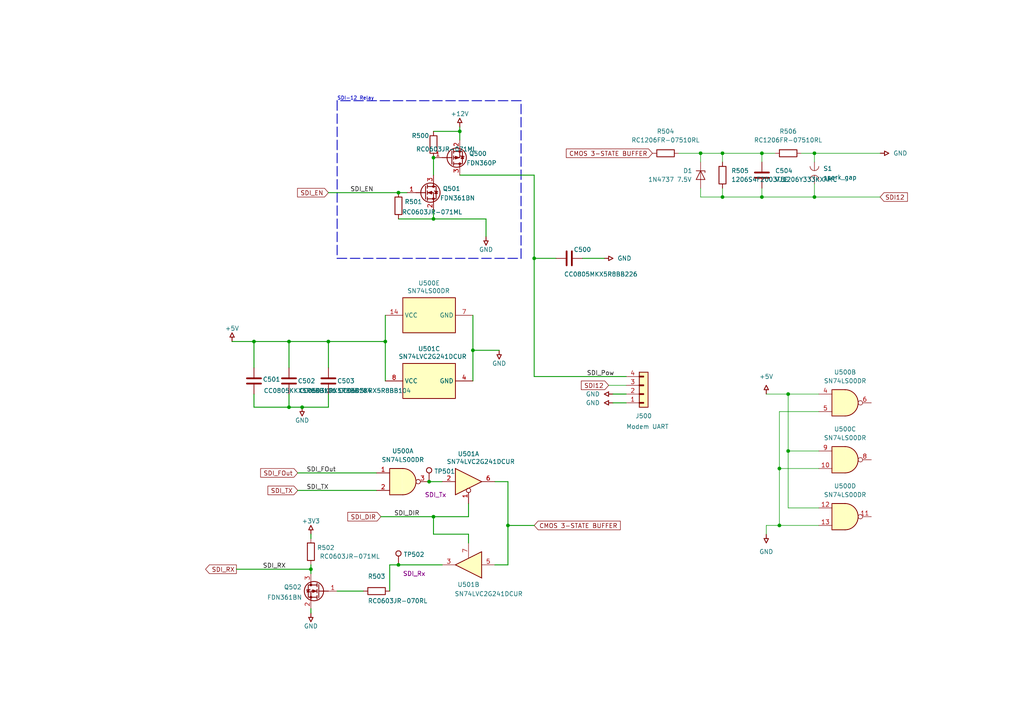
<source format=kicad_sch>
(kicad_sch (version 20211123) (generator eeschema)
  (paper "A4")
  (lib_symbols
    (symbol "74xx:74LS00" (pin_names (offset 1.016))
      (property "Reference" "U" (at 0 1.27 0))
      (property "Value" "74LS00" (at 0 -1.27 0))
      (symbol "74LS00_1_1"
        (arc (start 0 -3.81) (mid 3.81 0) (end 0 3.81) (stroke (width 0.254)) (fill (type background)))
        (polyline (pts (xy 0 3.81) (xy -3.81 3.81) (xy -3.81 -3.81) (xy 0 -3.81)) (stroke (width 0.254)) (fill (type background)))
        (pin input line (at -7.62 2.54 0) (length 3.81) (name "~") (number "1"))
        (pin input line (at -7.62 -2.54 0) (length 3.81) (name "~") (number "2"))
        (pin output inverted (at 7.62 0 180) (length 3.81) (name "~") (number "3"))
      )
      (symbol "74LS00_1_2"
        (arc (start -3.81 -3.81) (mid -2.589 0) (end -3.81 3.81) (stroke (width 0.254)))
        (arc (start -0.6096 -3.81) (mid 2.1855 -2.584) (end 3.81 0) (stroke (width 0.254)) (fill (type background)))
        (polyline (pts (xy -3.81 -3.81) (xy -0.635 -3.81)) (stroke (width 0.254)) (fill (type background)))
        (polyline (pts (xy -3.81 3.81) (xy -0.635 3.81)) (stroke (width 0.254)) (fill (type background)))
        (polyline (pts (xy -0.635 3.81) (xy -3.81 3.81) (xy -3.81 3.81) (xy -3.556 3.4036) (xy -3.0226 2.2606) (xy -2.6924 1.0414) (xy -2.6162 -0.254) (xy -2.7686 -1.4986) (xy -3.175 -2.7178) (xy -3.81 -3.81) (xy -3.81 -3.81) (xy -0.635 -3.81)) (stroke (width -25.4)) (fill (type background)))
        (arc (start 3.81 0) (mid 2.1928 2.5925) (end -0.6096 3.81) (stroke (width 0.254)) (fill (type background)))
        (pin input inverted (at -7.62 2.54 0) (length 4.318) (name "~") (number "1"))
        (pin input inverted (at -7.62 -2.54 0) (length 4.318) (name "~") (number "2"))
        (pin output line (at 7.62 0 180) (length 3.81) (name "~") (number "3"))
      )
      (symbol "74LS00_2_1"
        (arc (start 0 -3.81) (mid 3.81 0) (end 0 3.81) (stroke (width 0.254)) (fill (type background)))
        (polyline (pts (xy 0 3.81) (xy -3.81 3.81) (xy -3.81 -3.81) (xy 0 -3.81)) (stroke (width 0.254)) (fill (type background)))
        (pin input line (at -7.62 2.54 0) (length 3.81) (name "~") (number "4"))
        (pin input line (at -7.62 -2.54 0) (length 3.81) (name "~") (number "5"))
        (pin output inverted (at 7.62 0 180) (length 3.81) (name "~") (number "6"))
      )
      (symbol "74LS00_2_2"
        (arc (start -3.81 -3.81) (mid -2.589 0) (end -3.81 3.81) (stroke (width 0.254)))
        (arc (start -0.6096 -3.81) (mid 2.1855 -2.584) (end 3.81 0) (stroke (width 0.254)) (fill (type background)))
        (polyline (pts (xy -3.81 -3.81) (xy -0.635 -3.81)) (stroke (width 0.254)) (fill (type background)))
        (polyline (pts (xy -3.81 3.81) (xy -0.635 3.81)) (stroke (width 0.254)) (fill (type background)))
        (polyline (pts (xy -0.635 3.81) (xy -3.81 3.81) (xy -3.81 3.81) (xy -3.556 3.4036) (xy -3.0226 2.2606) (xy -2.6924 1.0414) (xy -2.6162 -0.254) (xy -2.7686 -1.4986) (xy -3.175 -2.7178) (xy -3.81 -3.81) (xy -3.81 -3.81) (xy -0.635 -3.81)) (stroke (width -25.4)) (fill (type background)))
        (arc (start 3.81 0) (mid 2.1928 2.5925) (end -0.6096 3.81) (stroke (width 0.254)) (fill (type background)))
        (pin input inverted (at -7.62 2.54 0) (length 4.318) (name "~") (number "4"))
        (pin input inverted (at -7.62 -2.54 0) (length 4.318) (name "~") (number "5"))
        (pin output line (at 7.62 0 180) (length 3.81) (name "~") (number "6"))
      )
      (symbol "74LS00_3_1"
        (arc (start 0 -3.81) (mid 3.81 0) (end 0 3.81) (stroke (width 0.254)) (fill (type background)))
        (polyline (pts (xy 0 3.81) (xy -3.81 3.81) (xy -3.81 -3.81) (xy 0 -3.81)) (stroke (width 0.254)) (fill (type background)))
        (pin input line (at -7.62 -2.54 0) (length 3.81) (name "~") (number "10"))
        (pin output inverted (at 7.62 0 180) (length 3.81) (name "~") (number "8"))
        (pin input line (at -7.62 2.54 0) (length 3.81) (name "~") (number "9"))
      )
      (symbol "74LS00_3_2"
        (arc (start -3.81 -3.81) (mid -2.589 0) (end -3.81 3.81) (stroke (width 0.254)))
        (arc (start -0.6096 -3.81) (mid 2.1855 -2.584) (end 3.81 0) (stroke (width 0.254)) (fill (type background)))
        (polyline (pts (xy -3.81 -3.81) (xy -0.635 -3.81)) (stroke (width 0.254)) (fill (type background)))
        (polyline (pts (xy -3.81 3.81) (xy -0.635 3.81)) (stroke (width 0.254)) (fill (type background)))
        (polyline (pts (xy -0.635 3.81) (xy -3.81 3.81) (xy -3.81 3.81) (xy -3.556 3.4036) (xy -3.0226 2.2606) (xy -2.6924 1.0414) (xy -2.6162 -0.254) (xy -2.7686 -1.4986) (xy -3.175 -2.7178) (xy -3.81 -3.81) (xy -3.81 -3.81) (xy -0.635 -3.81)) (stroke (width -25.4)) (fill (type background)))
        (arc (start 3.81 0) (mid 2.1928 2.5925) (end -0.6096 3.81) (stroke (width 0.254)) (fill (type background)))
        (pin input inverted (at -7.62 -2.54 0) (length 4.318) (name "~") (number "10"))
        (pin output line (at 7.62 0 180) (length 3.81) (name "~") (number "8"))
        (pin input inverted (at -7.62 2.54 0) (length 4.318) (name "~") (number "9"))
      )
      (symbol "74LS00_4_1"
        (arc (start 0 -3.81) (mid 3.81 0) (end 0 3.81) (stroke (width 0.254)) (fill (type background)))
        (polyline (pts (xy 0 3.81) (xy -3.81 3.81) (xy -3.81 -3.81) (xy 0 -3.81)) (stroke (width 0.254)) (fill (type background)))
        (pin output inverted (at 7.62 0 180) (length 3.81) (name "~") (number "11"))
        (pin input line (at -7.62 2.54 0) (length 3.81) (name "~") (number "12"))
        (pin input line (at -7.62 -2.54 0) (length 3.81) (name "~") (number "13"))
      )
      (symbol "74LS00_4_2"
        (arc (start -3.81 -3.81) (mid -2.589 0) (end -3.81 3.81) (stroke (width 0.254)))
        (arc (start -0.6096 -3.81) (mid 2.1855 -2.584) (end 3.81 0) (stroke (width 0.254)) (fill (type background)))
        (polyline (pts (xy -3.81 -3.81) (xy -0.635 -3.81)) (stroke (width 0.254)) (fill (type background)))
        (polyline (pts (xy -3.81 3.81) (xy -0.635 3.81)) (stroke (width 0.254)) (fill (type background)))
        (polyline (pts (xy -0.635 3.81) (xy -3.81 3.81) (xy -3.81 3.81) (xy -3.556 3.4036) (xy -3.0226 2.2606) (xy -2.6924 1.0414) (xy -2.6162 -0.254) (xy -2.7686 -1.4986) (xy -3.175 -2.7178) (xy -3.81 -3.81) (xy -3.81 -3.81) (xy -0.635 -3.81)) (stroke (width -25.4)) (fill (type background)))
        (arc (start 3.81 0) (mid 2.1928 2.5925) (end -0.6096 3.81) (stroke (width 0.254)) (fill (type background)))
        (pin output line (at 7.62 0 180) (length 3.81) (name "~") (number "11"))
        (pin input inverted (at -7.62 2.54 0) (length 4.318) (name "~") (number "12"))
        (pin input inverted (at -7.62 -2.54 0) (length 4.318) (name "~") (number "13"))
      )
      (symbol "74LS00_5_0"
        (pin power_in line (at 0 12.7 270) (length 5.08) (name "VCC") (number "14"))
        (pin power_in line (at 0 -12.7 90) (length 5.08) (name "GND") (number "7"))
      )
      (symbol "74LS00_5_1"
        (rectangle (start -5.08 7.62) (end 5.08 -7.62) (stroke (width 0.254)) (fill (type background)))
      )
    )
    (symbol "Diode:1N47xxA" (pin_numbers hide) (pin_names (offset 1.016) hide)
      (property "Reference" "D" (at 0 2.54 0))
      (property "Value" "1N47xxA" (at 0 -2.54 0))
      (symbol "1N47xxA_0_1"
        (polyline (pts (xy 1.27 0) (xy -1.27 0)))
        (polyline (pts (xy -1.27 -1.27) (xy -1.27 1.27) (xy -0.762 1.27)) (stroke (width 0.2032)))
        (polyline (pts (xy 1.27 -1.27) (xy 1.27 1.27) (xy -1.27 0) (xy 1.27 -1.27)) (stroke (width 0.2032)))
      )
      (symbol "1N47xxA_1_1"
        (pin passive line (at -3.81 0 0) (length 2.54) (name "K") (number "1"))
        (pin passive line (at 3.81 0 180) (length 2.54) (name "A") (number "2"))
      )
    )
    (symbol "main_board-altium-import:+12V" (power)
      (property "Reference" "#PWR" (at 0 0 0))
      (property "Value" "+12V" (at 0 3.81 0))
      (symbol "+12V_0_0"
        (polyline (pts (xy 0 0) (xy 0 -1.27)) (stroke (width 0.254)))
        (polyline (pts (xy -0.635 -1.27) (xy 0.635 -1.27) (xy 0 -2.54) (xy -0.635 -1.27)) (stroke (width 0.254)))
        (pin power_in line (at 0 0 0) (length 0) hide (name "+12V") (number ""))
      )
    )
    (symbol "main_board-altium-import:+3V3" (power)
      (property "Reference" "#PWR" (at 0 0 0))
      (property "Value" "+3V3" (at 0 3.81 0))
      (symbol "+3V3_0_0"
        (polyline (pts (xy 0 0) (xy 0 -1.27)) (stroke (width 0.254)))
        (polyline (pts (xy -0.635 -1.27) (xy 0.635 -1.27) (xy 0 -2.54) (xy -0.635 -1.27)) (stroke (width 0.254)))
        (pin power_in line (at 0 0 0) (length 0) hide (name "+3V3") (number ""))
      )
    )
    (symbol "main_board-altium-import:+5V" (power)
      (property "Reference" "#PWR" (at 0 0 0))
      (property "Value" "+5V" (at 0 3.81 0))
      (symbol "+5V_0_0"
        (polyline (pts (xy 0 0) (xy 0 -1.27)) (stroke (width 0.254)))
        (polyline (pts (xy -0.635 -1.27) (xy 0.635 -1.27) (xy 0 -2.54) (xy -0.635 -1.27)) (stroke (width 0.254)))
        (pin power_in line (at 0 0 0) (length 0) hide (name "+5V") (number ""))
      )
    )
    (symbol "main_board-altium-import:0_74LVC2G241"
      (property "Value" "0_74LVC2G241" (at 0 0 0))
      (symbol "0_74LVC2G241_1_0"
        (polyline (pts (xy -3.81 3.81) (xy -3.81 -3.81) (xy 3.81 0) (xy -3.81 3.81) (xy -3.81 3.81)) (stroke (width 0.254)) (fill (type background)))
        (pin passive inverted (at 0 -6.35 90) (length 4.445) (name "1") (number "1"))
        (pin passive line (at -7.62 0 0) (length 3.81) (name "2") (number "2"))
        (pin passive line (at 7.62 0 180) (length 3.81) (name "6") (number "6"))
      )
      (symbol "0_74LVC2G241_2_0"
        (polyline (pts (xy -3.81 3.81) (xy -3.81 -3.81) (xy 3.81 0) (xy -3.81 3.81) (xy -3.81 3.81)) (stroke (width 0.254)) (fill (type background)))
        (pin passive line (at 7.62 0 180) (length 3.81) (name "3") (number "3"))
        (pin passive line (at -7.62 0 0) (length 3.81) (name "5") (number "5"))
        (pin passive line (at 0 -6.35 90) (length 4.445) (name "7") (number "7"))
      )
      (symbol "0_74LVC2G241_3_0"
        (rectangle (start 5.08 7.62) (end -5.08 -7.62) (stroke (width 0.254)) (fill (type background)))
        (pin passive line (at 0 -12.7 90) (length 5.08) (name "GND") (number "4"))
        (pin passive line (at 0 12.7 270) (length 5.08) (name "VCC") (number "8"))
      )
    )
    (symbol "main_board-altium-import:0_C"
      (property "Value" "0_C" (at 0 0 0))
      (symbol "0_C_1_0"
        (polyline (pts (xy -2.032 -0.762) (xy 2.032 -0.762)) (stroke (width 0.508)))
        (polyline (pts (xy -2.032 0.762) (xy 2.032 0.762)) (stroke (width 0.508)))
        (pin passive line (at 0 3.81 270) (length 2.794) (name "1") (number "1"))
        (pin passive line (at 0 -3.81 90) (length 2.794) (name "2") (number "2"))
      )
    )
    (symbol "main_board-altium-import:0_Q_NMOS_GSD"
      (property "Value" "0_Q_NMOS_GSD" (at 0 0 0))
      (symbol "0_Q_NMOS_GSD_1_0"
        (polyline (pts (xy 0.254 0) (xy -2.54 0)) (stroke (width 0.254)))
        (polyline (pts (xy 0.254 1.905) (xy 0.254 -1.905)) (stroke (width 0.254)))
        (polyline (pts (xy 0.762 -1.27) (xy 0.762 -2.286)) (stroke (width 0.254)))
        (polyline (pts (xy 0.762 0.508) (xy 0.762 -0.508)) (stroke (width 0.254)))
        (polyline (pts (xy 0.762 2.286) (xy 0.762 1.27)) (stroke (width 0.254)))
        (polyline (pts (xy 2.54 2.54) (xy 2.54 1.778)) (stroke (width 0.254)))
        (polyline (pts (xy 2.54 -2.54) (xy 2.54 0) (xy 0.762 0)) (stroke (width 0.254)))
        (polyline (pts (xy 0.762 -1.778) (xy 3.302 -1.778) (xy 3.302 1.778) (xy 0.762 1.778)) (stroke (width 0.254)))
        (polyline (pts (xy 2.794 0.508) (xy 2.921 0.381) (xy 3.683 0.381) (xy 3.81 0.254)) (stroke (width 0.254)))
        (polyline (pts (xy 3.302 0.381) (xy 2.921 -0.254) (xy 3.683 -0.254) (xy 3.302 0.381)) (stroke (width 0.254)))
        (polyline (pts (xy 1.016 0) (xy 2.032 0.381) (xy 2.032 -0.381) (xy 1.016 0) (xy 1.016 0)) (stroke (width 0.254)) (fill (type outline)))
        (circle (center 1.651 0) (radius 2.794) (stroke (width 0.254)))
        (circle (center 2.54 -1.778) (radius 0.254) (stroke (width 0.254)))
        (circle (center 2.54 1.778) (radius 0.254) (stroke (width 0.254)))
        (pin passive line (at -5.08 0 0) (length 2.54) (name "G") (number "1"))
        (pin passive line (at 2.54 -5.08 90) (length 2.54) (name "S") (number "2"))
        (pin passive line (at 2.54 5.08 270) (length 2.54) (name "D") (number "3"))
      )
    )
    (symbol "main_board-altium-import:0_R"
      (property "Value" "0_R" (at 0 0 0))
      (symbol "0_R_1_0"
        (rectangle (start 1.016 2.54) (end -1.016 -2.54) (stroke (width 0.254)))
        (pin passive line (at 0 3.81 270) (length 1.27) (name "1") (number "1"))
        (pin passive line (at 0 -3.81 90) (length 1.27) (name "2") (number "2"))
      )
    )
    (symbol "main_board-altium-import:0_TestPoint"
      (property "Value" "0_TestPoint" (at 0 0 0))
      (symbol "0_TestPoint_1_0"
        (circle (center 0 3.302) (radius 0.762) (stroke (width 0.254)))
        (pin passive line (at 0 0 90) (length 2.54) (name "1") (number "1"))
      )
    )
    (symbol "main_board-altium-import:0_mirrored_Q_NMOS_GSD"
      (property "Value" "0_mirrored_Q_NMOS_GSD" (at 0 0 0))
      (symbol "0_mirrored_Q_NMOS_GSD_1_0"
        (circle (center -2.54 -1.778) (radius 0.254) (stroke (width 0.254)))
        (circle (center -2.54 1.778) (radius 0.254) (stroke (width 0.254)))
        (circle (center -1.651 0) (radius 2.794) (stroke (width 0.254)))
        (polyline (pts (xy -2.54 2.54) (xy -2.54 1.778)) (stroke (width 0.254)))
        (polyline (pts (xy -0.762 -1.27) (xy -0.762 -2.286)) (stroke (width 0.254)))
        (polyline (pts (xy -0.762 0.508) (xy -0.762 -0.508)) (stroke (width 0.254)))
        (polyline (pts (xy -0.762 2.286) (xy -0.762 1.27)) (stroke (width 0.254)))
        (polyline (pts (xy -0.254 0) (xy 2.54 0)) (stroke (width 0.254)))
        (polyline (pts (xy -0.254 1.905) (xy -0.254 -1.905)) (stroke (width 0.254)))
        (polyline (pts (xy -2.54 -2.54) (xy -2.54 0) (xy -0.762 0)) (stroke (width 0.254)))
        (polyline (pts (xy -3.302 0.381) (xy -2.921 -0.254) (xy -3.683 -0.254) (xy -3.302 0.381)) (stroke (width 0.254)))
        (polyline (pts (xy -2.794 0.508) (xy -2.921 0.381) (xy -3.683 0.381) (xy -3.81 0.254)) (stroke (width 0.254)))
        (polyline (pts (xy -0.762 -1.778) (xy -3.302 -1.778) (xy -3.302 1.778) (xy -0.762 1.778)) (stroke (width 0.254)))
        (polyline (pts (xy -1.016 0) (xy -2.032 0.381) (xy -2.032 -0.381) (xy -1.016 0) (xy -1.016 0)) (stroke (width 0.254)) (fill (type outline)))
        (pin passive line (at 5.08 0 180) (length 2.54) (name "G") (number "1"))
        (pin passive line (at -2.54 -5.08 90) (length 2.54) (name "S") (number "2"))
        (pin passive line (at -2.54 5.08 270) (length 2.54) (name "D") (number "3"))
      )
    )
    (symbol "main_board-altium-import:1_R"
      (property "Value" "1_R" (at 0 0 0))
      (symbol "1_R_1_0"
        (rectangle (start 2.54 1.016) (end -2.54 -1.016) (stroke (width 0.254)))
        (pin passive line (at -3.81 0 0) (length 1.27) (name "1") (number "1"))
        (pin passive line (at 3.81 0 180) (length 1.27) (name "2") (number "2"))
      )
    )
    (symbol "main_board-altium-import:2_74LVC2G241"
      (property "Value" "2_74LVC2G241" (at 0 0 0))
      (symbol "2_74LVC2G241_1_0"
        (polyline (pts (xy 3.81 -3.81) (xy 3.81 3.81) (xy -3.81 0) (xy 3.81 -3.81) (xy 3.81 -3.81)) (stroke (width 0.254)) (fill (type background)))
        (pin passive inverted (at 0 6.35 270) (length 4.445) (name "1") (number "1"))
        (pin passive line (at 7.62 0 180) (length 3.81) (name "2") (number "2"))
        (pin passive line (at -7.62 0 0) (length 3.81) (name "6") (number "6"))
      )
      (symbol "2_74LVC2G241_2_0"
        (polyline (pts (xy 3.81 -3.81) (xy 3.81 3.81) (xy -3.81 0) (xy 3.81 -3.81) (xy 3.81 -3.81)) (stroke (width 0.254)) (fill (type background)))
        (pin passive line (at -7.62 0 0) (length 3.81) (name "3") (number "3"))
        (pin passive line (at 7.62 0 180) (length 3.81) (name "5") (number "5"))
        (pin passive line (at 0 6.35 270) (length 4.445) (name "7") (number "7"))
      )
      (symbol "2_74LVC2G241_3_0"
        (rectangle (start 5.08 7.62) (end -5.08 -7.62) (stroke (width 0.254)) (fill (type background)))
        (pin passive line (at 0 12.7 270) (length 5.08) (name "GND") (number "4"))
        (pin passive line (at 0 -12.7 90) (length 5.08) (name "VCC") (number "8"))
      )
    )
    (symbol "main_board-altium-import:2_mirrored_Conn_01x04"
      (property "Value" "2_mirrored_Conn_01x04" (at 0 0 0))
      (symbol "2_mirrored_Conn_01x04_1_0"
        (rectangle (start 0 -2.413) (end -1.27 -2.667) (stroke (width 0.254)))
        (rectangle (start 0 0.127) (end -1.27 -0.127) (stroke (width 0.254)))
        (rectangle (start 0 2.667) (end -1.27 2.413) (stroke (width 0.254)))
        (rectangle (start 0 5.207) (end -1.27 4.953) (stroke (width 0.254)))
        (rectangle (start 1.27 6.35) (end -1.27 -3.81) (stroke (width 0.254)) (fill (type background)))
        (pin passive line (at -5.08 -2.54 0) (length 3.81) (name "Pin_1") (number "1"))
        (pin passive line (at -5.08 0 0) (length 3.81) (name "Pin_2") (number "2"))
        (pin passive line (at -5.08 2.54 0) (length 3.81) (name "Pin_3") (number "3"))
        (pin passive line (at -5.08 5.08 0) (length 3.81) (name "Pin_4") (number "4"))
      )
    )
    (symbol "main_board-altium-import:2_mirrored_Q_PMOS_GSD"
      (property "Value" "2_mirrored_Q_PMOS_GSD" (at 0 0 0))
      (symbol "2_mirrored_Q_PMOS_GSD_1_0"
        (polyline (pts (xy 0.254 -1.905) (xy 0.254 1.905)) (stroke (width 0.254)))
        (polyline (pts (xy 0.254 0) (xy -2.54 0)) (stroke (width 0.254)))
        (polyline (pts (xy 0.762 -2.286) (xy 0.762 -1.27)) (stroke (width 0.254)))
        (polyline (pts (xy 0.762 -0.508) (xy 0.762 0.508)) (stroke (width 0.254)))
        (polyline (pts (xy 0.762 1.27) (xy 0.762 2.286)) (stroke (width 0.254)))
        (polyline (pts (xy 2.54 -2.54) (xy 2.54 -1.778)) (stroke (width 0.254)))
        (polyline (pts (xy 2.54 2.54) (xy 2.54 0) (xy 0.762 0)) (stroke (width 0.254)))
        (polyline (pts (xy 0.762 -1.778) (xy 3.302 -1.778) (xy 3.302 1.778) (xy 0.762 1.778)) (stroke (width 0.254)))
        (polyline (pts (xy 2.794 0.508) (xy 2.921 0.381) (xy 3.683 0.381) (xy 3.81 0.254)) (stroke (width 0.254)))
        (polyline (pts (xy 3.302 0.381) (xy 2.921 -0.254) (xy 3.683 -0.254) (xy 3.302 0.381)) (stroke (width 0.254)))
        (polyline (pts (xy 2.286 0) (xy 1.27 -0.381) (xy 1.27 0.381) (xy 2.286 0) (xy 2.286 0)) (stroke (width 0.254)) (fill (type outline)))
        (circle (center 1.651 0) (radius 2.794) (stroke (width 0.254)))
        (circle (center 2.54 -1.778) (radius 0.254) (stroke (width 0.254)))
        (circle (center 2.54 1.778) (radius 0.254) (stroke (width 0.254)))
        (pin passive line (at -5.08 0 0) (length 2.54) (name "G") (number "1"))
        (pin passive line (at 2.54 5.08 270) (length 2.54) (name "S") (number "2"))
        (pin passive line (at 2.54 -5.08 90) (length 2.54) (name "D") (number "3"))
      )
    )
    (symbol "main_board-altium-import:3_C"
      (property "Value" "3_C" (at 0 0 0))
      (symbol "3_C_1_0"
        (polyline (pts (xy -0.762 2.032) (xy -0.762 -2.032)) (stroke (width 0.508)))
        (polyline (pts (xy 0.762 2.032) (xy 0.762 -2.032)) (stroke (width 0.508)))
        (pin passive line (at 3.81 0 180) (length 2.794) (name "1") (number "1"))
        (pin passive line (at -3.81 0 0) (length 2.794) (name "2") (number "2"))
      )
    )
    (symbol "main_board-altium-import:3_R"
      (property "Value" "3_R" (at 0 0 0))
      (symbol "3_R_1_0"
        (rectangle (start 2.54 1.016) (end -2.54 -1.016) (stroke (width 0.254)))
        (pin passive line (at 3.81 0 180) (length 1.27) (name "1") (number "1"))
        (pin passive line (at -3.81 0 0) (length 1.27) (name "2") (number "2"))
      )
    )
    (symbol "main_board-altium-import:3_mirrored_74LS00"
      (property "Value" "3_mirrored_74LS00" (at 0 0 0))
      (symbol "3_mirrored_74LS00_1_0"
        (arc (start -3.81 -0.0066) (mid 0 -3.81) (end 3.81 -0.0066) (stroke (width 0.254)))
        (polyline (pts (xy -3.81 0) (xy -3.81 3.81) (xy 3.81 3.81) (xy 3.81 0) (xy -3.81 0)) (stroke (width 0.254)) (fill (type background)))
        (polyline (pts (xy 0 0) (xy 3.8099 -0.0067) (xy 3.6251 1.1722) (xy 3.0846 2.2362) (xy 2.2416 3.0807) (xy 1.1786 3.6231) (xy 0 3.81) (xy -1.1787 3.6231) (xy -2.2417 3.0807) (xy -3.0847 2.2362) (xy -3.6252 1.1722) (xy -3.81 -0.0067) (xy 0 0) (xy 0 0)) (fill (type outline)))
        (pin passive line (at -2.54 7.62 270) (length 3.81) (name "1") (number "1"))
        (pin passive line (at 2.54 7.62 270) (length 3.81) (name "2") (number "2"))
        (pin passive inverted (at 0 -7.62 90) (length 3.81) (name "3") (number "3"))
      )
      (symbol "3_mirrored_74LS00_2_0"
        (arc (start -3.81 -0.0066) (mid 0 -3.81) (end 3.81 -0.0066) (stroke (width 0.254)))
        (polyline (pts (xy -3.81 0) (xy -3.81 3.81) (xy 3.81 3.81) (xy 3.81 0) (xy -3.81 0)) (stroke (width 0.254)) (fill (type background)))
        (polyline (pts (xy 0 0) (xy 3.8099 -0.0067) (xy 3.6251 1.1722) (xy 3.0846 2.2362) (xy 2.2416 3.0807) (xy 1.1786 3.6231) (xy 0 3.81) (xy -1.1787 3.6231) (xy -2.2417 3.0807) (xy -3.0847 2.2362) (xy -3.6252 1.1722) (xy -3.81 -0.0067) (xy 0 0) (xy 0 0)) (fill (type outline)))
        (pin passive line (at -2.54 7.62 270) (length 3.81) (name "4") (number "4"))
        (pin passive line (at 2.54 7.62 270) (length 3.81) (name "5") (number "5"))
        (pin passive inverted (at 0 -7.62 90) (length 3.81) (name "6") (number "6"))
      )
      (symbol "3_mirrored_74LS00_3_0"
        (arc (start -3.81 -0.0066) (mid 0 -3.81) (end 3.81 -0.0066) (stroke (width 0.254)))
        (polyline (pts (xy -3.81 0) (xy -3.81 3.81) (xy 3.81 3.81) (xy 3.81 0) (xy -3.81 0)) (stroke (width 0.254)) (fill (type background)))
        (polyline (pts (xy 0 0) (xy 3.8099 -0.0067) (xy 3.6251 1.1722) (xy 3.0846 2.2362) (xy 2.2416 3.0807) (xy 1.1786 3.6231) (xy 0 3.81) (xy -1.1787 3.6231) (xy -2.2417 3.0807) (xy -3.0847 2.2362) (xy -3.6252 1.1722) (xy -3.81 -0.0067) (xy 0 0) (xy 0 0)) (fill (type outline)))
        (pin passive line (at 2.54 7.62 270) (length 3.81) (name "10") (number "10"))
        (pin passive inverted (at 0 -7.62 90) (length 3.81) (name "8") (number "8"))
        (pin passive line (at -2.54 7.62 270) (length 3.81) (name "9") (number "9"))
      )
      (symbol "3_mirrored_74LS00_4_0"
        (arc (start -3.81 -0.0066) (mid 0 -3.81) (end 3.81 -0.0066) (stroke (width 0.254)))
        (polyline (pts (xy -3.81 0) (xy -3.81 3.81) (xy 3.81 3.81) (xy 3.81 0) (xy -3.81 0)) (stroke (width 0.254)) (fill (type background)))
        (polyline (pts (xy 0 0) (xy 3.8099 -0.0067) (xy 3.6251 1.1722) (xy 3.0846 2.2362) (xy 2.2416 3.0807) (xy 1.1786 3.6231) (xy 0 3.81) (xy -1.1787 3.6231) (xy -2.2417 3.0807) (xy -3.0847 2.2362) (xy -3.6252 1.1722) (xy -3.81 -0.0067) (xy 0 0) (xy 0 0)) (fill (type outline)))
        (pin passive inverted (at 0 -7.62 90) (length 3.81) (name "11") (number "11"))
        (pin passive line (at -2.54 7.62 270) (length 3.81) (name "12") (number "12"))
        (pin passive line (at 2.54 7.62 270) (length 3.81) (name "13") (number "13"))
      )
      (symbol "3_mirrored_74LS00_5_0"
        (rectangle (start 7.62 5.08) (end -7.62 -5.08) (stroke (width 0.254)) (fill (type background)))
        (pin passive line (at -12.7 0 0) (length 5.08) (name "VCC") (number "14"))
        (pin passive line (at 12.7 0 180) (length 5.08) (name "GND") (number "7"))
      )
    )
    (symbol "main_board-altium-import:3_mirrored_74LVC2G241"
      (property "Value" "3_mirrored_74LVC2G241" (at 0 0 0))
      (symbol "3_mirrored_74LVC2G241_1_0"
        (polyline (pts (xy -3.81 3.81) (xy 3.81 3.81) (xy 0 -3.81) (xy -3.81 3.81) (xy -3.81 3.81)) (stroke (width 0.254)) (fill (type background)))
        (pin passive inverted (at 6.35 0 180) (length 4.445) (name "1") (number "1"))
        (pin passive line (at 0 7.62 270) (length 3.81) (name "2") (number "2"))
        (pin passive line (at 0 -7.62 90) (length 3.81) (name "6") (number "6"))
      )
      (symbol "3_mirrored_74LVC2G241_2_0"
        (polyline (pts (xy -3.81 3.81) (xy 3.81 3.81) (xy 0 -3.81) (xy -3.81 3.81) (xy -3.81 3.81)) (stroke (width 0.254)) (fill (type background)))
        (pin passive line (at 0 -7.62 90) (length 3.81) (name "3") (number "3"))
        (pin passive line (at 0 7.62 270) (length 3.81) (name "5") (number "5"))
        (pin passive line (at 6.35 0 180) (length 4.445) (name "7") (number "7"))
      )
      (symbol "3_mirrored_74LVC2G241_3_0"
        (rectangle (start 7.62 5.08) (end -7.62 -5.08) (stroke (width 0.254)) (fill (type background)))
        (pin passive line (at 12.7 0 180) (length 5.08) (name "GND") (number "4"))
        (pin passive line (at -12.7 0 0) (length 5.08) (name "VCC") (number "8"))
      )
    )
    (symbol "main_board-altium-import:GND" (power)
      (property "Reference" "#PWR" (at 0 0 0))
      (property "Value" "GND" (at 0 3.81 0))
      (symbol "GND_0_0"
        (polyline (pts (xy 0 0) (xy 0 -1.27)) (stroke (width 0.254)))
        (polyline (pts (xy -0.635 -1.27) (xy 0.635 -1.27) (xy 0 -2.54) (xy -0.635 -1.27)) (stroke (width 0.254)))
        (pin power_in line (at 0 0 0) (length 0) hide (name "GND") (number ""))
      )
    )
    (symbol "main_board-altium-import:spark_gap"
      (property "Reference" "S" (at 6.35 0 0))
      (property "Value" "spark_gap" (at 0 0 0))
      (symbol "spark_gap_0_1"
        (arc (start -1.27 6.35) (mid 0 5.1215) (end 1.27 6.35))
        (polyline (pts (xy 0 3.81) (xy 0 1.27)))
        (polyline (pts (xy 0 5.08) (xy 0 7.62) (xy 0 5.08)))
        (arc (start 1.27 2.54) (mid 0 3.7785) (end -1.27 2.54))
      )
    )
  )
  (junction (at 124.46 139.7))
  (junction (at 125.73 63.5))
  (junction (at 111.76 99.06))
  (junction (at 115.57 55.88))
  (junction (at 220.98 57.15))
  (junction (at 87.63 118.11))
  (junction (at 154.94 74.93))
  (junction (at 236.22 44.45))
  (junction (at 226.06 135.89))
  (junction (at 95.25 99.06))
  (junction (at 83.82 99.06))
  (junction (at 125.73 149.86))
  (junction (at 137.16 101.6))
  (junction (at 147.32 152.4))
  (junction (at 209.55 57.15))
  (junction (at 226.06 152.4))
  (junction (at 90.17 165.1))
  (junction (at 220.98 44.45))
  (junction (at 209.55 44.45))
  (junction (at 228.6 114.3))
  (junction (at 236.22 57.15))
  (junction (at 228.6 130.81))
  (junction (at 115.57 163.83))
  (junction (at 133.35 38.1))
  (junction (at 73.66 99.06))
  (junction (at 203.2 44.45))
  (junction (at 125.73 45.72))
  (junction (at 83.82 118.11))
  (wire (pts (xy 220.98 44.45) (xy 224.79 44.45)))
  (wire (pts (xy 133.35 50.8) (xy 154.94 50.8)) (stroke (width 0.254)))
  (wire (pts (xy 83.82 99.06) (xy 95.25 99.06)) (stroke (width 0.254)))
  (wire (pts (xy 203.2 44.45) (xy 209.55 44.45)))
  (wire (pts (xy 73.66 114.3) (xy 73.66 118.11)) (stroke (width 0.254)))
  (wire (pts (xy 125.73 60.96) (xy 125.73 63.5)) (stroke (width 0.254)))
  (wire (pts (xy 228.6 114.3) (xy 228.6 130.81)))
  (wire (pts (xy 124.46 139.7) (xy 128.27 139.7)) (stroke (width 0.254)))
  (wire (pts (xy 137.16 101.6) (xy 137.16 110.49)) (stroke (width 0.254)))
  (wire (pts (xy 115.57 55.88) (xy 95.25 55.88)) (stroke (width 0.254)))
  (wire (pts (xy 125.73 149.86) (xy 110.49 149.86)) (stroke (width 0.254)))
  (wire (pts (xy 113.03 171.45) (xy 113.03 163.83)) (stroke (width 0.254)))
  (wire (pts (xy 203.2 57.15) (xy 209.55 57.15)))
  (wire (pts (xy 209.55 44.45) (xy 220.98 44.45)))
  (wire (pts (xy 111.76 99.06) (xy 111.76 91.44)) (stroke (width 0.254)))
  (wire (pts (xy 154.94 109.22) (xy 181.61 109.22)) (stroke (width 0.254)))
  (wire (pts (xy 228.6 130.81) (xy 228.6 147.32)))
  (wire (pts (xy 203.2 57.15) (xy 203.2 54.61)))
  (wire (pts (xy 90.17 177.8) (xy 90.17 176.53)) (stroke (width 0.254)))
  (wire (pts (xy 220.98 44.45) (xy 220.98 46.99)))
  (wire (pts (xy 73.66 99.06) (xy 83.82 99.06)) (stroke (width 0.254)))
  (wire (pts (xy 222.25 152.4) (xy 226.06 152.4)))
  (wire (pts (xy 133.35 38.1) (xy 133.35 36.83)) (stroke (width 0.254)))
  (wire (pts (xy 90.17 165.1) (xy 90.17 166.37)) (stroke (width 0.254)))
  (wire (pts (xy 90.17 165.1) (xy 68.58 165.1)) (stroke (width 0.254)))
  (wire (pts (xy 73.66 118.11) (xy 83.82 118.11)) (stroke (width 0.254)))
  (wire (pts (xy 236.22 44.45) (xy 236.22 46.99)))
  (wire (pts (xy 135.89 149.86) (xy 135.89 146.05)) (stroke (width 0.254)))
  (polyline (pts (xy 151.13 74.93) (xy 151.13 29.21)) (stroke (width 0.254)))
  (wire (pts (xy 147.32 152.4) (xy 147.32 139.7)) (stroke (width 0.254)))
  (wire (pts (xy 203.2 44.45) (xy 203.2 46.99)))
  (wire (pts (xy 95.25 106.68) (xy 95.25 99.06)) (stroke (width 0.254)))
  (wire (pts (xy 147.32 152.4) (xy 154.94 152.4)) (stroke (width 0.254)))
  (wire (pts (xy 87.63 118.11) (xy 95.25 118.11)) (stroke (width 0.254)))
  (wire (pts (xy 115.57 63.5) (xy 125.73 63.5)) (stroke (width 0.254)))
  (wire (pts (xy 125.73 154.94) (xy 125.73 149.86)) (stroke (width 0.254)))
  (wire (pts (xy 226.06 119.38) (xy 237.49 119.38)))
  (wire (pts (xy 137.16 91.44) (xy 137.16 101.6)) (stroke (width 0.254)))
  (wire (pts (xy 154.94 50.8) (xy 154.94 74.93)) (stroke (width 0.254)))
  (wire (pts (xy 83.82 114.3) (xy 83.82 118.11)) (stroke (width 0.254)))
  (wire (pts (xy 111.76 99.06) (xy 111.76 110.49)) (stroke (width 0.254)))
  (wire (pts (xy 176.53 111.76) (xy 181.61 111.76)))
  (wire (pts (xy 115.57 163.83) (xy 128.27 163.83)) (stroke (width 0.254)))
  (wire (pts (xy 95.25 118.11) (xy 95.25 114.3)) (stroke (width 0.254)))
  (wire (pts (xy 226.06 152.4) (xy 237.49 152.4)))
  (wire (pts (xy 228.6 114.3) (xy 237.49 114.3)))
  (wire (pts (xy 154.94 74.93) (xy 154.94 109.22)) (stroke (width 0.254)))
  (wire (pts (xy 95.25 99.06) (xy 111.76 99.06)) (stroke (width 0.254)))
  (wire (pts (xy 228.6 147.32) (xy 237.49 147.32)))
  (wire (pts (xy 133.35 38.1) (xy 133.35 40.64)) (stroke (width 0.254)))
  (wire (pts (xy 226.06 135.89) (xy 237.49 135.89)))
  (wire (pts (xy 226.06 152.4) (xy 226.06 135.89)))
  (wire (pts (xy 125.73 50.8) (xy 125.73 45.72)) (stroke (width 0.254)))
  (polyline (pts (xy 97.79 74.93) (xy 151.13 74.93)) (stroke (width 0.254)))
  (wire (pts (xy 226.06 135.89) (xy 226.06 119.38)))
  (wire (pts (xy 177.8 114.3) (xy 181.61 114.3)) (stroke (width 0.254)))
  (wire (pts (xy 140.97 63.5) (xy 140.97 68.58)) (stroke (width 0.254)))
  (wire (pts (xy 220.98 57.15) (xy 236.22 57.15)))
  (wire (pts (xy 109.22 142.24) (xy 86.36 142.24)) (stroke (width 0.254)))
  (wire (pts (xy 209.55 44.45) (xy 209.55 46.99)))
  (wire (pts (xy 161.29 74.93) (xy 154.94 74.93)) (stroke (width 0.254)))
  (wire (pts (xy 135.89 154.94) (xy 125.73 154.94)) (stroke (width 0.254)))
  (wire (pts (xy 228.6 130.81) (xy 237.49 130.81)))
  (wire (pts (xy 143.51 163.83) (xy 147.32 163.83)) (stroke (width 0.254)))
  (wire (pts (xy 83.82 118.11) (xy 87.63 118.11)) (stroke (width 0.254)))
  (wire (pts (xy 236.22 44.45) (xy 255.27 44.45)))
  (wire (pts (xy 196.85 44.45) (xy 203.2 44.45)))
  (wire (pts (xy 125.73 63.5) (xy 140.97 63.5)) (stroke (width 0.254)))
  (wire (pts (xy 83.82 99.06) (xy 83.82 106.68)) (stroke (width 0.254)))
  (wire (pts (xy 222.25 114.3) (xy 228.6 114.3)))
  (wire (pts (xy 236.22 53.34) (xy 236.22 57.15)))
  (wire (pts (xy 147.32 139.7) (xy 143.51 139.7)) (stroke (width 0.254)))
  (wire (pts (xy 232.41 44.45) (xy 236.22 44.45)))
  (wire (pts (xy 125.73 149.86) (xy 135.89 149.86)) (stroke (width 0.254)))
  (polyline (pts (xy 97.79 29.21) (xy 97.79 74.93)) (stroke (width 0.254)))
  (wire (pts (xy 73.66 99.06) (xy 73.66 106.68)) (stroke (width 0.254)))
  (polyline (pts (xy 151.13 29.21) (xy 97.79 29.21)) (stroke (width 0.254)))
  (wire (pts (xy 177.8 116.84) (xy 181.61 116.84)) (stroke (width 0.254)))
  (wire (pts (xy 115.57 55.88) (xy 118.11 55.88)) (stroke (width 0.254)))
  (wire (pts (xy 175.26 74.93) (xy 168.91 74.93)) (stroke (width 0.254)))
  (wire (pts (xy 135.89 157.48) (xy 135.89 154.94)) (stroke (width 0.254)))
  (wire (pts (xy 97.79 171.45) (xy 105.41 171.45)) (stroke (width 0.254)))
  (wire (pts (xy 137.16 101.6) (xy 144.78 101.6)) (stroke (width 0.254)))
  (wire (pts (xy 209.55 57.15) (xy 209.55 54.61)))
  (wire (pts (xy 109.22 137.16) (xy 86.36 137.16)) (stroke (width 0.254)))
  (wire (pts (xy 220.98 57.15) (xy 220.98 54.61)))
  (wire (pts (xy 209.55 57.15) (xy 220.98 57.15)))
  (wire (pts (xy 90.17 163.83) (xy 90.17 165.1)) (stroke (width 0.254)))
  (wire (pts (xy 125.73 38.1) (xy 133.35 38.1)) (stroke (width 0.254)))
  (wire (pts (xy 222.25 154.94) (xy 222.25 152.4)))
  (wire (pts (xy 90.17 154.94) (xy 90.17 156.21)) (stroke (width 0.254)))
  (wire (pts (xy 236.22 57.15) (xy 255.27 57.15)))
  (wire (pts (xy 67.31 99.06) (xy 73.66 99.06)) (stroke (width 0.254)))
  (wire (pts (xy 113.03 163.83) (xy 115.57 163.83)) (stroke (width 0.254)))
  (wire (pts (xy 147.32 163.83) (xy 147.32 152.4)) (stroke (width 0.254)))
  (text "SDI-12 Relay" (at 97.79 29.21 180) (effects (font (size 1.016 1.016)) (justify left bottom)))
  (label "SDI_TX" (at 88.9 142.24 0))
  (label "SDI_Pow" (at 170.18 109.22 0))
  (label "SDI_EN" (at 101.6 55.88 0))
  (label "SDI_DIR" (at 114.3 149.86 0))
  (label "SDI_RX" (at 76.2 165.1 0))
  (label "SDI_FOut" (at 88.9 137.16 0))
  (global_label "SDI_RX" (shape output) (at 68.58 165.1 180) (property "Intersheet References" "${INTERSHEET_REFS}" (effects hide)))
  (global_label "SDI_EN" (shape input) (at 95.25 55.88 180) (property "Intersheet References" "${INTERSHEET_REFS}" (effects hide)))
  (global_label "CMOS 3-STATE BUFFER" (shape input) (at 154.94 152.4 0) (property "Intersheet References" "${INTERSHEET_REFS}" (effects hide)))
  (global_label "SDI_TX" (shape input) (at 86.36 142.24 180) (property "Intersheet References" "${INTERSHEET_REFS}" (effects hide)))
  (global_label "SDI_DIR" (shape input) (at 110.49 149.86 180) (property "Intersheet References" "${INTERSHEET_REFS}" (effects hide)))
  (global_label "SDI12" (shape input) (at 255.27 57.15 0) (property "Intersheet References" "${INTERSHEET_REFS}" (effects hide)))
  (global_label "SDI12" (shape input) (at 176.53 111.76 180) (property "Intersheet References" "${INTERSHEET_REFS}" (effects hide)))
  (global_label "SDI_FOut" (shape input) (at 86.36 137.16 180) (property "Intersheet References" "${INTERSHEET_REFS}" (effects hide)))
  (global_label "CMOS 3-STATE BUFFER" (shape input) (at 189.23 44.45 180) (property "Intersheet References" "${INTERSHEET_REFS}" (effects hide)))
  (symbol (lib_id "main_board-altium-import:0_74LVC2G241") (at 135.89 139.7 0) (unit 1)
    (property "Reference" "U501" (at 135.89 131.6482 0))
    (property "Value" "SN74LVC2G241DCUR" (at 129.54 134.62 0) (effects (justify left bottom)))
    (property "Footprint" "SOP50P320X90-8N" (effects hide))
    (property "Datasheet" "https://gitlab.ecs.vuw.ac.nz/QuiltyGroup/Research/ENGR489/Environmental-Monitoring-2020/engr489-project/-/blob/master/docs/datasheets/sn74lvc2g241-dual-buffer.pdf" (effects hide))
    (property "ALTIUM_VALUE" "SN74LVC2G241DCUR" (effects hide))
    (property "FOOTPRINT" "Package_SO:VSSOP-8_2.3x2mm_P0.5mm" (effects hide))
  )
  (symbol (lib_id "main_board-altium-import:0_mirrored_Q_NMOS_GSD") (at 92.71 171.45 0) (unit 1)
    (property "Reference" "Q502" (at 87.503 170.2816 0) (effects (justify right)))
    (property "Value" "FDN361BN" (at 77.47 173.99 0) (effects (justify left bottom)))
    (property "Footprint" "SOT95P240X110_231_SUPER-3N" (effects hide))
    (property "Datasheet" "https://gitlab.ecs.vuw.ac.nz/QuiltyGroup/Research/ENGR489/Environmental-Monitoring-2020/engr489-project/-/blob/master/docs/datasheets/FDN361BN-N-channel-MOSFET.pdf" (effects hide))
    (property "ALTIUM_VALUE" "FDN361BN" (effects hide))
    (property "FOOTPRINT" "OPL_Discrete_Semiconductor:SOT-23" (effects hide))
  )
  (symbol (lib_id "Diode:1N47xxA") (at 203.2 50.8 270) (unit 1)
    (property "Reference" "D1" (at 198.12 49.53 90) (effects (justify left)))
    (property "Value" "1N4737 7.5V" (at 187.96 52.07 90) (effects (justify left)))
    (property "Footprint" "Diode_THT:D_DO-41_SOD81_P10.16mm_Horizontal" (effects hide))
    (property "Datasheet" "https://www.vishay.com/docs/85816/1n4728a.pdf" (effects hide))
  )
  (symbol (lib_id "main_board-altium-import:0_R") (at 125.73 41.91 0) (unit 1)
    (property "Reference" "R500" (at 119.38 39.37 0) (effects (justify left)))
    (property "Value" "RC0603JR-071ML" (at 120.65 43.9928 0) (effects (justify left bottom)))
    (property "Footprint" "RESC1608X50N" (effects hide))
    (property "ALTIUM_VALUE" "RC0603JR-071ML" (effects hide))
    (property "FOOTPRINT" "OPL_Resistor:R0603" (effects hide))
  )
  (symbol (lib_id "main_board-altium-import:1_R") (at 193.04 44.45 0) (unit 1)
    (property "Reference" "R504" (at 193.04 38.1 0))
    (property "Value" "RC1206FR-07510RL" (at 193.04 40.64 0))
  )
  (symbol (lib_id "main_board-altium-import:spark_gap") (at 236.22 54.61 0) (unit 1)
    (property "Reference" "S1" (at 238.76 48.8949 0) (effects (justify left)))
    (property "Value" "spark_gap" (at 238.76 51.4349 0) (effects (justify left)))
  )
  (symbol (lib_id "main_board-altium-import:3_mirrored_74LS00") (at 124.46 91.44 0) (unit 5)
    (property "Reference" "U500" (at 124.46 82.1182 0))
    (property "Value" "SN74LS00DR" (at 118.11 85.09 0) (effects (justify left bottom)))
    (property "Footprint" "SOIC127P600X175-14N" (effects hide))
    (property "Datasheet" "https://gitlab.ecs.vuw.ac.nz/QuiltyGroup/Research/ENGR489/Environmental-Monitoring-2020/engr489-project/-/blob/master/docs/datasheets/sn7400-NAND-gate.pdf" (effects hide))
    (property "ALTIUM_VALUE" "SN74LS00DR" (effects hide))
    (property "FOOTPRINT" "Package_SO:SOIC-14_3.9x8.7mm_P1.27mm" (effects hide))
  )
  (symbol (lib_id "main_board-altium-import:+5V") (at 222.25 114.3 180) (unit 1)
    (property "Reference" "#PWR0184" (effects hide))
    (property "Value" "+5V" (at 222.25 109.22 0))
  )
  (symbol (lib_id "main_board-altium-import:0_C") (at 95.25 110.49 0) (unit 1)
    (property "Reference" "C503" (at 100.33 110.49 0))
    (property "Value" "CC0603KRX5R8BB104" (at 98.044 114.046 0) (effects (justify left bottom)))
    (property "Footprint" "CAPC1608X80N" (effects hide))
    (property "ALTIUM_VALUE" "CC0603KRX5R8BB104" (effects hide))
    (property "FOOTPRINT" "OPL_Capacitor:C0603" (effects hide))
  )
  (symbol (lib_id "main_board-altium-import:1_R") (at 209.55 50.8 90) (unit 1)
    (property "Reference" "R505" (at 212.09 49.5299 90) (effects (justify right)))
    (property "Value" "1206S4F2003T5E" (at 212.09 52.0699 90) (effects (justify right)))
  )
  (symbol (lib_id "main_board-altium-import:GND") (at 255.27 44.45 90) (unit 1)
    (property "Reference" "#PWR?" (effects hide))
    (property "Value" "GND" (at 259.08 44.45 90) (effects (justify right)))
  )
  (symbol (lib_id "74xx:74LS00") (at 245.11 133.35 0) (unit 3)
    (property "Reference" "U500" (at 245.11 124.46 0))
    (property "Value" "SN74LS00DR" (at 245.11 127 0))
    (property "Datasheet" "https://gitlab.ecs.vuw.ac.nz/QuiltyGroup/Research/ENGR489/Environmental-Monitoring-2020/engr489-project/-/blob/master/docs/datasheets/sn7400-NAND-gate.pdf" (effects hide))
  )
  (symbol (lib_id "main_board-altium-import:0_TestPoint") (at 115.57 163.83 0) (unit 1)
    (property "Reference" "TP502" (at 117.0432 160.8328 0) (effects (justify left)))
    (property "Value" "SDI_Rx" (effects hide))
    (property "Footprint" "TP150" (effects hide))
    (property "ALTIUM_VALUE" "SDI_Rx" (at 116.84 166.37 0) (effects (justify left)))
  )
  (symbol (lib_id "main_board-altium-import:2_74LVC2G241") (at 135.89 163.83 0) (unit 2)
    (property "Reference" "U501" (at 135.89 169.545 0))
    (property "Value" "SN74LVC2G241DCUR" (at 131.826 172.974 0) (effects (justify left bottom)))
    (property "Footprint" "SOP50P320X90-8N" (effects hide))
    (property "Datasheet" "https://gitlab.ecs.vuw.ac.nz/QuiltyGroup/Research/ENGR489/Environmental-Monitoring-2020/engr489-project/-/blob/master/docs/datasheets/sn74lvc2g241-dual-buffer.pdf" (effects hide))
    (property "ALTIUM_VALUE" "SN74LVC2G241DCUR" (effects hide))
    (property "FOOTPRINT" "Package_SO:VSSOP-8_2.3x2mm_P0.5mm" (effects hide))
  )
  (symbol (lib_id "main_board-altium-import:0_TestPoint") (at 124.46 139.7 0) (unit 1)
    (property "Reference" "TP501" (at 125.9332 136.7028 0) (effects (justify left)))
    (property "Value" "SDI_Tx" (effects hide))
    (property "Footprint" "TP150" (effects hide))
    (property "ALTIUM_VALUE" "SDI_Tx" (at 123.19 143.51 0) (effects (justify left)))
  )
  (symbol (lib_id "main_board-altium-import:GND") (at 87.63 118.11 0) (unit 1)
    (property "Reference" "#PWR?" (effects hide))
    (property "Value" "GND" (at 87.63 121.92 0))
  )
  (symbol (lib_id "74xx:74LS00") (at 245.11 149.86 0) (unit 4)
    (property "Reference" "U500" (at 245.11 140.97 0))
    (property "Value" "SN74LS00DR" (at 245.11 143.51 0))
    (property "Datasheet" "https://gitlab.ecs.vuw.ac.nz/QuiltyGroup/Research/ENGR489/Environmental-Monitoring-2020/engr489-project/-/blob/master/docs/datasheets/sn7400-NAND-gate.pdf" (effects hide))
  )
  (symbol (lib_id "main_board-altium-import:GND") (at 177.8 114.3 270) (unit 1)
    (property "Reference" "#PWR?" (effects hide))
    (property "Value" "GND" (at 173.99 114.3 90) (effects (justify right)))
  )
  (symbol (lib_id "main_board-altium-import:GND") (at 222.25 154.94 0) (unit 1)
    (property "Reference" "#PWR0185" (effects hide))
    (property "Value" "GND" (at 222.25 160.02 0))
  )
  (symbol (lib_id "main_board-altium-import:0_C") (at 83.82 110.49 0) (unit 1)
    (property "Reference" "C502" (at 88.9 110.49 0))
    (property "Value" "CC0603KRX5R8BB104" (at 86.614 114.046 0) (effects (justify left bottom)))
    (property "Footprint" "CAPC1608X80N" (effects hide))
    (property "ALTIUM_VALUE" "CC0603KRX5R8BB104" (effects hide))
    (property "FOOTPRINT" "OPL_Capacitor:C0603" (effects hide))
  )
  (symbol (lib_id "main_board-altium-import:0_C") (at 73.66 110.49 0) (unit 1)
    (property "Reference" "C501" (at 76.2 110.0328 0) (effects (justify left)))
    (property "Value" "CC0805KKX5R8BB106" (at 76.454 114.046 0) (effects (justify left bottom)))
    (property "Footprint" "CAPC2012X90N" (effects hide))
    (property "ALTIUM_VALUE" "CC0805KKX5R8BB106" (effects hide))
    (property "FOOTPRINT" "OPL_Capacitor:C0805" (effects hide))
  )
  (symbol (lib_id "main_board-altium-import:0_R") (at 90.17 160.02 0) (unit 1)
    (property "Reference" "R502" (at 91.948 158.8516 0) (effects (justify left)))
    (property "Value" "RC0603JR-071ML" (at 92.71 162.1028 0) (effects (justify left bottom)))
    (property "Footprint" "RESC1608X50N" (effects hide))
    (property "ALTIUM_VALUE" "RC0603JR-071ML" (effects hide))
    (property "FOOTPRINT" "OPL_Resistor:R0603" (effects hide))
  )
  (symbol (lib_id "main_board-altium-import:3_mirrored_74LVC2G241") (at 124.46 110.49 0) (unit 3)
    (property "Reference" "U501" (at 124.46 101.1682 0))
    (property "Value" "SN74LVC2G241DCUR" (at 115.57 104.14 0) (effects (justify left bottom)))
    (property "Footprint" "SOP50P320X90-8N" (effects hide))
    (property "Datasheet" "https://gitlab.ecs.vuw.ac.nz/QuiltyGroup/Research/ENGR489/Environmental-Monitoring-2020/engr489-project/-/blob/master/docs/datasheets/sn74lvc2g241-dual-buffer.pdf" (effects hide))
    (property "ALTIUM_VALUE" "SN74LVC2G241DCUR" (effects hide))
    (property "FOOTPRINT" "Package_SO:VSSOP-8_2.3x2mm_P0.5mm" (effects hide))
  )
  (symbol (lib_id "main_board-altium-import:GND") (at 177.8 116.84 270) (unit 1)
    (property "Reference" "#PWR?" (effects hide))
    (property "Value" "GND" (at 173.99 116.84 90) (effects (justify right)))
  )
  (symbol (lib_id "main_board-altium-import:0_R") (at 115.57 59.69 0) (unit 1)
    (property "Reference" "R501" (at 117.348 58.5216 0) (effects (justify left)))
    (property "Value" "RC0603JR-071ML" (at 116.586 62.23 0) (effects (justify left bottom)))
    (property "Footprint" "RESC1608X50N" (effects hide))
    (property "ALTIUM_VALUE" "RC0603JR-071ML" (effects hide))
    (property "FOOTPRINT" "OPL_Resistor:R0603" (effects hide))
  )
  (symbol (lib_id "74xx:74LS00") (at 245.11 116.84 0) (unit 2)
    (property "Reference" "U500" (at 245.11 107.95 0))
    (property "Value" "SN74LS00DR" (at 245.11 110.49 0))
    (property "Datasheet" "https://gitlab.ecs.vuw.ac.nz/QuiltyGroup/Research/ENGR489/Environmental-Monitoring-2020/engr489-project/-/blob/master/docs/datasheets/sn7400-NAND-gate.pdf" (effects hide))
  )
  (symbol (lib_id "74xx:74LS00") (at 116.84 139.7 0) (unit 1)
    (property "Reference" "U500" (at 116.84 130.81 0))
    (property "Value" "SN74LS00DR" (at 116.84 133.35 0))
    (property "Datasheet" "https://gitlab.ecs.vuw.ac.nz/QuiltyGroup/Research/ENGR489/Environmental-Monitoring-2020/engr489-project/-/blob/master/docs/datasheets/sn7400-NAND-gate.pdf" (effects hide))
  )
  (symbol (lib_id "main_board-altium-import:1_R") (at 228.6 44.45 0) (unit 1)
    (property "Reference" "R506" (at 228.6 38.1 0))
    (property "Value" "RC1206FR-07510RL" (at 228.6 40.64 0))
  )
  (symbol (lib_id "main_board-altium-import:2_mirrored_Q_PMOS_GSD") (at 130.81 45.72 0) (unit 1)
    (property "Reference" "Q500" (at 136.017 44.5516 0) (effects (justify left)))
    (property "Value" "FDN360P" (at 135.255 48.006 0) (effects (justify left bottom)))
    (property "Footprint" "SOT95P240X110_123_SUPER-3N" (effects hide))
    (property "ALTIUM_VALUE" "FDN360P" (effects hide))
    (property "FOOTPRINT" "OPL_Discrete_Semiconductor:SOT-23" (effects hide))
  )
  (symbol (lib_id "main_board-altium-import:0_Q_NMOS_GSD") (at 123.19 55.88 0) (unit 1)
    (property "Reference" "Q501" (at 128.3716 54.7116 0) (effects (justify left)))
    (property "Value" "FDN361BN" (at 127.635 58.166 0) (effects (justify left bottom)))
    (property "Footprint" "SOT95P240X110_231_SUPER-3N" (effects hide))
    (property "Datasheet" "https://gitlab.ecs.vuw.ac.nz/QuiltyGroup/Research/ENGR489/Environmental-Monitoring-2020/engr489-project/-/blob/master/docs/datasheets/FDN361BN-N-channel-MOSFET.pdf" (effects hide))
    (property "ALTIUM_VALUE" "FDN361BN" (effects hide))
    (property "FOOTPRINT" "OPL_Discrete_Semiconductor:SOT-23" (effects hide))
  )
  (symbol (lib_id "main_board-altium-import:+3V3") (at 90.17 154.94 180) (unit 1)
    (property "Reference" "#PWR?" (effects hide))
    (property "Value" "+3V3" (at 90.17 151.13 0))
  )
  (symbol (lib_id "main_board-altium-import:GND") (at 175.26 74.93 90) (unit 1)
    (property "Reference" "#PWR?" (effects hide))
    (property "Value" "GND" (at 179.07 74.93 90) (effects (justify right)))
  )
  (symbol (lib_id "main_board-altium-import:GND") (at 140.97 68.58 0) (unit 1)
    (property "Reference" "#PWR?" (effects hide))
    (property "Value" "GND" (at 140.97 72.39 0))
  )
  (symbol (lib_id "main_board-altium-import:GND") (at 144.78 101.6 0) (unit 1)
    (property "Reference" "#PWR?" (effects hide))
    (property "Value" "GND" (at 144.78 105.41 0))
  )
  (symbol (lib_id "main_board-altium-import:2_mirrored_Conn_01x04") (at 186.69 114.3 0) (unit 1)
    (property "Reference" "J500" (at 186.69 120.65 0))
    (property "Value" "Modem UART" (at 181.61 124.46 0) (effects (justify left bottom)))
    (property "Footprint" "CON_691508110304_SM" (effects hide))
    (property "ALTIUM_VALUE" "691508110304" (effects hide))
  )
  (symbol (lib_id "main_board-altium-import:GND") (at 90.17 177.8 0) (unit 1)
    (property "Reference" "#PWR?" (effects hide))
    (property "Value" "GND" (at 90.17 181.61 0))
  )
  (symbol (lib_id "main_board-altium-import:+5V") (at 67.31 99.06 180) (unit 1)
    (property "Reference" "#PWR?" (effects hide))
    (property "Value" "+5V" (at 67.31 95.25 0))
  )
  (symbol (lib_id "main_board-altium-import:3_C") (at 165.1 74.93 0) (unit 1)
    (property "Reference" "C500" (at 166.37 72.39 0) (effects (justify left)))
    (property "Value" "CC0805MKX5R8BB226" (at 163.576 80.264 0) (effects (justify left bottom)))
    (property "Footprint" "CAPC2012X90N" (effects hide))
    (property "ALTIUM_VALUE" "CC0805MKX5R8BB226" (effects hide))
    (property "FOOTPRINT" "OPL_Capacitor:C0805" (effects hide))
  )
  (symbol (lib_id "main_board-altium-import:+12V") (at 133.35 36.83 180) (unit 1)
    (property "Reference" "#PWR?" (effects hide))
    (property "Value" "+12V" (at 133.35 33.02 0))
  )
  (symbol (lib_id "main_board-altium-import:3_R") (at 109.22 171.45 0) (unit 1)
    (property "Reference" "R503" (at 106.68 167.1828 0) (effects (justify left)))
    (property "Value" "RC0603JR-070RL" (at 106.68 175.006 0) (effects (justify left bottom)))
    (property "Footprint" "RESC1608X50N" (effects hide))
    (property "ALTIUM_VALUE" "RC0603JR-070RL" (effects hide))
    (property "FOOTPRINT" "OPL_Resistor:R0603" (effects hide))
  )
  (symbol (lib_id "main_board-altium-import:0_C") (at 220.98 50.8 0) (unit 1)
    (property "Reference" "C504" (at 224.79 49.5299 0) (effects (justify left)))
    (property "Value" "VJ1206Y333KXAMC" (at 224.79 52.0699 0) (effects (justify left)))
  )
)
</source>
